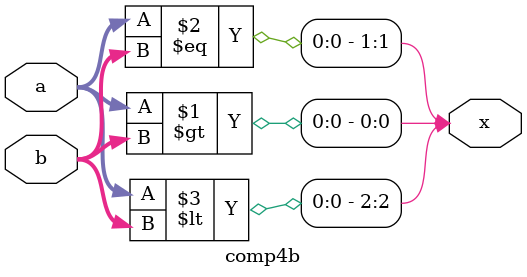
<source format=v>
`timescale 1ns / 1ps
module comp4b(a,b,x);
input [0:3]a,b;
output [0:2]x;
assign x[0] = a > b;
assign x[1] = (a==b);
assign x[2] = a<b;
endmodule

</source>
